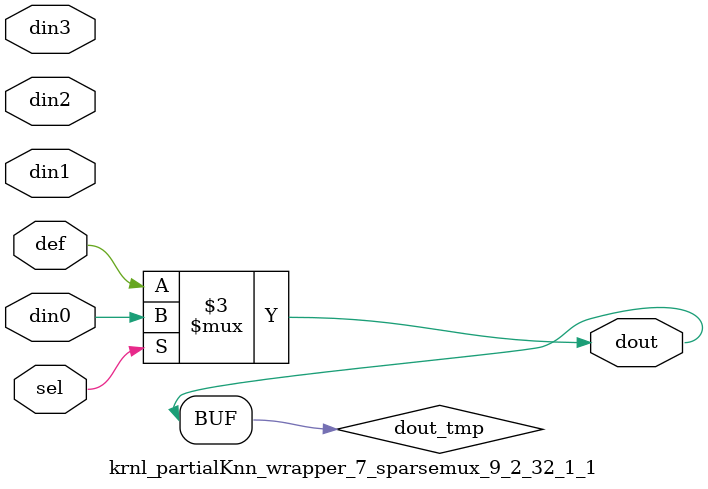
<source format=v>
`timescale 1ns / 1ps

module krnl_partialKnn_wrapper_7_sparsemux_9_2_32_1_1 (din0,din1,din2,din3,def,sel,dout);

parameter din0_WIDTH = 1;

parameter din1_WIDTH = 1;

parameter din2_WIDTH = 1;

parameter din3_WIDTH = 1;

parameter def_WIDTH = 1;
parameter sel_WIDTH = 1;
parameter dout_WIDTH = 1;

parameter [sel_WIDTH-1:0] CASE0 = 1;

parameter [sel_WIDTH-1:0] CASE1 = 1;

parameter [sel_WIDTH-1:0] CASE2 = 1;

parameter [sel_WIDTH-1:0] CASE3 = 1;

parameter ID = 1;
parameter NUM_STAGE = 1;



input [din0_WIDTH-1:0] din0;

input [din1_WIDTH-1:0] din1;

input [din2_WIDTH-1:0] din2;

input [din3_WIDTH-1:0] din3;

input [def_WIDTH-1:0] def;
input [sel_WIDTH-1:0] sel;

output [dout_WIDTH-1:0] dout;



reg [dout_WIDTH-1:0] dout_tmp;

always @ (*) begin
case (sel)
    
    CASE0 : dout_tmp = din0;
    
    CASE1 : dout_tmp = din1;
    
    CASE2 : dout_tmp = din2;
    
    CASE3 : dout_tmp = din3;
    
    default : dout_tmp = def;
endcase
end


assign dout = dout_tmp;



endmodule

</source>
